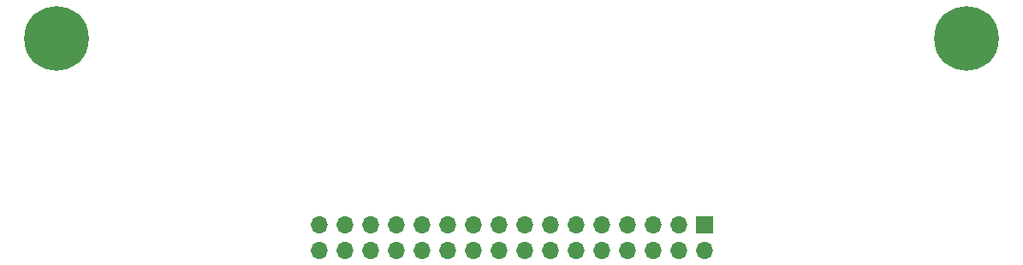
<source format=gbr>
%TF.GenerationSoftware,KiCad,Pcbnew,(5.1.9-0-10_14)*%
%TF.CreationDate,2021-09-15T11:16:31-05:00*%
%TF.ProjectId,nand7400-plaque,6e616e64-3734-4303-902d-706c61717565,rev?*%
%TF.SameCoordinates,Original*%
%TF.FileFunction,Soldermask,Top*%
%TF.FilePolarity,Negative*%
%FSLAX46Y46*%
G04 Gerber Fmt 4.6, Leading zero omitted, Abs format (unit mm)*
G04 Created by KiCad (PCBNEW (5.1.9-0-10_14)) date 2021-09-15 11:16:31*
%MOMM*%
%LPD*%
G01*
G04 APERTURE LIST*
%ADD10O,1.700000X1.700000*%
%ADD11R,1.700000X1.700000*%
%ADD12C,6.400000*%
G04 APERTURE END LIST*
D10*
%TO.C,REF\u002A\u002A*%
X121100000Y-84325000D03*
X121100000Y-81785000D03*
X123640000Y-84325000D03*
X123640000Y-81785000D03*
X126180000Y-84325000D03*
X126180000Y-81785000D03*
X128720000Y-84325000D03*
X128720000Y-81785000D03*
X131260000Y-84325000D03*
X131260000Y-81785000D03*
X133800000Y-84325000D03*
X133800000Y-81785000D03*
X136340000Y-84325000D03*
X136340000Y-81785000D03*
X138880000Y-84325000D03*
X138880000Y-81785000D03*
X141420000Y-84325000D03*
X141420000Y-81785000D03*
X143960000Y-84325000D03*
X143960000Y-81785000D03*
X146500000Y-84325000D03*
X146500000Y-81785000D03*
X149040000Y-84325000D03*
X149040000Y-81785000D03*
X151580000Y-84325000D03*
X151580000Y-81785000D03*
X154120000Y-84325000D03*
X154120000Y-81785000D03*
X156660000Y-84325000D03*
X156660000Y-81785000D03*
X159200000Y-84325000D03*
D11*
X159200000Y-81785000D03*
%TD*%
D12*
%TO.C,REF\u002A\u002A*%
X95150000Y-63350000D03*
%TD*%
%TO.C,REF\u002A\u002A*%
X185150000Y-63350000D03*
%TD*%
M02*

</source>
